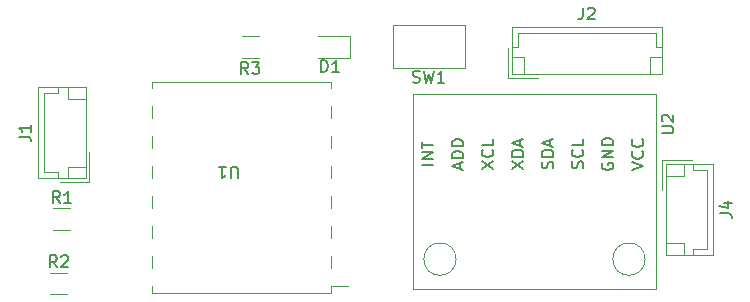
<source format=gbr>
%TF.GenerationSoftware,KiCad,Pcbnew,8.0.7*%
%TF.CreationDate,2025-04-29T17:51:56-05:00*%
%TF.ProjectId,PCB_Glasses,5043425f-476c-4617-9373-65732e6b6963,rev?*%
%TF.SameCoordinates,Original*%
%TF.FileFunction,Legend,Top*%
%TF.FilePolarity,Positive*%
%FSLAX46Y46*%
G04 Gerber Fmt 4.6, Leading zero omitted, Abs format (unit mm)*
G04 Created by KiCad (PCBNEW 8.0.7) date 2025-04-29 17:51:56*
%MOMM*%
%LPD*%
G01*
G04 APERTURE LIST*
%ADD10C,0.150000*%
%ADD11C,0.120000*%
G04 APERTURE END LIST*
D10*
X53276667Y-32217200D02*
X53419524Y-32264819D01*
X53419524Y-32264819D02*
X53657619Y-32264819D01*
X53657619Y-32264819D02*
X53752857Y-32217200D01*
X53752857Y-32217200D02*
X53800476Y-32169580D01*
X53800476Y-32169580D02*
X53848095Y-32074342D01*
X53848095Y-32074342D02*
X53848095Y-31979104D01*
X53848095Y-31979104D02*
X53800476Y-31883866D01*
X53800476Y-31883866D02*
X53752857Y-31836247D01*
X53752857Y-31836247D02*
X53657619Y-31788628D01*
X53657619Y-31788628D02*
X53467143Y-31741009D01*
X53467143Y-31741009D02*
X53371905Y-31693390D01*
X53371905Y-31693390D02*
X53324286Y-31645771D01*
X53324286Y-31645771D02*
X53276667Y-31550533D01*
X53276667Y-31550533D02*
X53276667Y-31455295D01*
X53276667Y-31455295D02*
X53324286Y-31360057D01*
X53324286Y-31360057D02*
X53371905Y-31312438D01*
X53371905Y-31312438D02*
X53467143Y-31264819D01*
X53467143Y-31264819D02*
X53705238Y-31264819D01*
X53705238Y-31264819D02*
X53848095Y-31312438D01*
X54181429Y-31264819D02*
X54419524Y-32264819D01*
X54419524Y-32264819D02*
X54610000Y-31550533D01*
X54610000Y-31550533D02*
X54800476Y-32264819D01*
X54800476Y-32264819D02*
X55038572Y-31264819D01*
X55943333Y-32264819D02*
X55371905Y-32264819D01*
X55657619Y-32264819D02*
X55657619Y-31264819D01*
X55657619Y-31264819D02*
X55562381Y-31407676D01*
X55562381Y-31407676D02*
X55467143Y-31502914D01*
X55467143Y-31502914D02*
X55371905Y-31550533D01*
X74324819Y-36531904D02*
X75134342Y-36531904D01*
X75134342Y-36531904D02*
X75229580Y-36484285D01*
X75229580Y-36484285D02*
X75277200Y-36436666D01*
X75277200Y-36436666D02*
X75324819Y-36341428D01*
X75324819Y-36341428D02*
X75324819Y-36150952D01*
X75324819Y-36150952D02*
X75277200Y-36055714D01*
X75277200Y-36055714D02*
X75229580Y-36008095D01*
X75229580Y-36008095D02*
X75134342Y-35960476D01*
X75134342Y-35960476D02*
X74324819Y-35960476D01*
X74420057Y-35531904D02*
X74372438Y-35484285D01*
X74372438Y-35484285D02*
X74324819Y-35389047D01*
X74324819Y-35389047D02*
X74324819Y-35150952D01*
X74324819Y-35150952D02*
X74372438Y-35055714D01*
X74372438Y-35055714D02*
X74420057Y-35008095D01*
X74420057Y-35008095D02*
X74515295Y-34960476D01*
X74515295Y-34960476D02*
X74610533Y-34960476D01*
X74610533Y-34960476D02*
X74753390Y-35008095D01*
X74753390Y-35008095D02*
X75324819Y-35579523D01*
X75324819Y-35579523D02*
X75324819Y-34960476D01*
X61624819Y-39571904D02*
X62624819Y-38905238D01*
X61624819Y-38905238D02*
X62624819Y-39571904D01*
X62624819Y-38524285D02*
X61624819Y-38524285D01*
X61624819Y-38524285D02*
X61624819Y-38286190D01*
X61624819Y-38286190D02*
X61672438Y-38143333D01*
X61672438Y-38143333D02*
X61767676Y-38048095D01*
X61767676Y-38048095D02*
X61862914Y-38000476D01*
X61862914Y-38000476D02*
X62053390Y-37952857D01*
X62053390Y-37952857D02*
X62196247Y-37952857D01*
X62196247Y-37952857D02*
X62386723Y-38000476D01*
X62386723Y-38000476D02*
X62481961Y-38048095D01*
X62481961Y-38048095D02*
X62577200Y-38143333D01*
X62577200Y-38143333D02*
X62624819Y-38286190D01*
X62624819Y-38286190D02*
X62624819Y-38524285D01*
X62339104Y-37571904D02*
X62339104Y-37095714D01*
X62624819Y-37667142D02*
X61624819Y-37333809D01*
X61624819Y-37333809D02*
X62624819Y-37000476D01*
X65117200Y-39524285D02*
X65164819Y-39381428D01*
X65164819Y-39381428D02*
X65164819Y-39143333D01*
X65164819Y-39143333D02*
X65117200Y-39048095D01*
X65117200Y-39048095D02*
X65069580Y-39000476D01*
X65069580Y-39000476D02*
X64974342Y-38952857D01*
X64974342Y-38952857D02*
X64879104Y-38952857D01*
X64879104Y-38952857D02*
X64783866Y-39000476D01*
X64783866Y-39000476D02*
X64736247Y-39048095D01*
X64736247Y-39048095D02*
X64688628Y-39143333D01*
X64688628Y-39143333D02*
X64641009Y-39333809D01*
X64641009Y-39333809D02*
X64593390Y-39429047D01*
X64593390Y-39429047D02*
X64545771Y-39476666D01*
X64545771Y-39476666D02*
X64450533Y-39524285D01*
X64450533Y-39524285D02*
X64355295Y-39524285D01*
X64355295Y-39524285D02*
X64260057Y-39476666D01*
X64260057Y-39476666D02*
X64212438Y-39429047D01*
X64212438Y-39429047D02*
X64164819Y-39333809D01*
X64164819Y-39333809D02*
X64164819Y-39095714D01*
X64164819Y-39095714D02*
X64212438Y-38952857D01*
X65164819Y-38524285D02*
X64164819Y-38524285D01*
X64164819Y-38524285D02*
X64164819Y-38286190D01*
X64164819Y-38286190D02*
X64212438Y-38143333D01*
X64212438Y-38143333D02*
X64307676Y-38048095D01*
X64307676Y-38048095D02*
X64402914Y-38000476D01*
X64402914Y-38000476D02*
X64593390Y-37952857D01*
X64593390Y-37952857D02*
X64736247Y-37952857D01*
X64736247Y-37952857D02*
X64926723Y-38000476D01*
X64926723Y-38000476D02*
X65021961Y-38048095D01*
X65021961Y-38048095D02*
X65117200Y-38143333D01*
X65117200Y-38143333D02*
X65164819Y-38286190D01*
X65164819Y-38286190D02*
X65164819Y-38524285D01*
X64879104Y-37571904D02*
X64879104Y-37095714D01*
X65164819Y-37667142D02*
X64164819Y-37333809D01*
X64164819Y-37333809D02*
X65164819Y-37000476D01*
X67657200Y-39500475D02*
X67704819Y-39357618D01*
X67704819Y-39357618D02*
X67704819Y-39119523D01*
X67704819Y-39119523D02*
X67657200Y-39024285D01*
X67657200Y-39024285D02*
X67609580Y-38976666D01*
X67609580Y-38976666D02*
X67514342Y-38929047D01*
X67514342Y-38929047D02*
X67419104Y-38929047D01*
X67419104Y-38929047D02*
X67323866Y-38976666D01*
X67323866Y-38976666D02*
X67276247Y-39024285D01*
X67276247Y-39024285D02*
X67228628Y-39119523D01*
X67228628Y-39119523D02*
X67181009Y-39309999D01*
X67181009Y-39309999D02*
X67133390Y-39405237D01*
X67133390Y-39405237D02*
X67085771Y-39452856D01*
X67085771Y-39452856D02*
X66990533Y-39500475D01*
X66990533Y-39500475D02*
X66895295Y-39500475D01*
X66895295Y-39500475D02*
X66800057Y-39452856D01*
X66800057Y-39452856D02*
X66752438Y-39405237D01*
X66752438Y-39405237D02*
X66704819Y-39309999D01*
X66704819Y-39309999D02*
X66704819Y-39071904D01*
X66704819Y-39071904D02*
X66752438Y-38929047D01*
X67609580Y-37929047D02*
X67657200Y-37976666D01*
X67657200Y-37976666D02*
X67704819Y-38119523D01*
X67704819Y-38119523D02*
X67704819Y-38214761D01*
X67704819Y-38214761D02*
X67657200Y-38357618D01*
X67657200Y-38357618D02*
X67561961Y-38452856D01*
X67561961Y-38452856D02*
X67466723Y-38500475D01*
X67466723Y-38500475D02*
X67276247Y-38548094D01*
X67276247Y-38548094D02*
X67133390Y-38548094D01*
X67133390Y-38548094D02*
X66942914Y-38500475D01*
X66942914Y-38500475D02*
X66847676Y-38452856D01*
X66847676Y-38452856D02*
X66752438Y-38357618D01*
X66752438Y-38357618D02*
X66704819Y-38214761D01*
X66704819Y-38214761D02*
X66704819Y-38119523D01*
X66704819Y-38119523D02*
X66752438Y-37976666D01*
X66752438Y-37976666D02*
X66800057Y-37929047D01*
X67704819Y-37024285D02*
X67704819Y-37500475D01*
X67704819Y-37500475D02*
X66704819Y-37500475D01*
X71784819Y-39643332D02*
X72784819Y-39309999D01*
X72784819Y-39309999D02*
X71784819Y-38976666D01*
X72689580Y-38071904D02*
X72737200Y-38119523D01*
X72737200Y-38119523D02*
X72784819Y-38262380D01*
X72784819Y-38262380D02*
X72784819Y-38357618D01*
X72784819Y-38357618D02*
X72737200Y-38500475D01*
X72737200Y-38500475D02*
X72641961Y-38595713D01*
X72641961Y-38595713D02*
X72546723Y-38643332D01*
X72546723Y-38643332D02*
X72356247Y-38690951D01*
X72356247Y-38690951D02*
X72213390Y-38690951D01*
X72213390Y-38690951D02*
X72022914Y-38643332D01*
X72022914Y-38643332D02*
X71927676Y-38595713D01*
X71927676Y-38595713D02*
X71832438Y-38500475D01*
X71832438Y-38500475D02*
X71784819Y-38357618D01*
X71784819Y-38357618D02*
X71784819Y-38262380D01*
X71784819Y-38262380D02*
X71832438Y-38119523D01*
X71832438Y-38119523D02*
X71880057Y-38071904D01*
X72689580Y-37071904D02*
X72737200Y-37119523D01*
X72737200Y-37119523D02*
X72784819Y-37262380D01*
X72784819Y-37262380D02*
X72784819Y-37357618D01*
X72784819Y-37357618D02*
X72737200Y-37500475D01*
X72737200Y-37500475D02*
X72641961Y-37595713D01*
X72641961Y-37595713D02*
X72546723Y-37643332D01*
X72546723Y-37643332D02*
X72356247Y-37690951D01*
X72356247Y-37690951D02*
X72213390Y-37690951D01*
X72213390Y-37690951D02*
X72022914Y-37643332D01*
X72022914Y-37643332D02*
X71927676Y-37595713D01*
X71927676Y-37595713D02*
X71832438Y-37500475D01*
X71832438Y-37500475D02*
X71784819Y-37357618D01*
X71784819Y-37357618D02*
X71784819Y-37262380D01*
X71784819Y-37262380D02*
X71832438Y-37119523D01*
X71832438Y-37119523D02*
X71880057Y-37071904D01*
X69292438Y-39071904D02*
X69244819Y-39167142D01*
X69244819Y-39167142D02*
X69244819Y-39309999D01*
X69244819Y-39309999D02*
X69292438Y-39452856D01*
X69292438Y-39452856D02*
X69387676Y-39548094D01*
X69387676Y-39548094D02*
X69482914Y-39595713D01*
X69482914Y-39595713D02*
X69673390Y-39643332D01*
X69673390Y-39643332D02*
X69816247Y-39643332D01*
X69816247Y-39643332D02*
X70006723Y-39595713D01*
X70006723Y-39595713D02*
X70101961Y-39548094D01*
X70101961Y-39548094D02*
X70197200Y-39452856D01*
X70197200Y-39452856D02*
X70244819Y-39309999D01*
X70244819Y-39309999D02*
X70244819Y-39214761D01*
X70244819Y-39214761D02*
X70197200Y-39071904D01*
X70197200Y-39071904D02*
X70149580Y-39024285D01*
X70149580Y-39024285D02*
X69816247Y-39024285D01*
X69816247Y-39024285D02*
X69816247Y-39214761D01*
X70244819Y-38595713D02*
X69244819Y-38595713D01*
X69244819Y-38595713D02*
X70244819Y-38024285D01*
X70244819Y-38024285D02*
X69244819Y-38024285D01*
X70244819Y-37548094D02*
X69244819Y-37548094D01*
X69244819Y-37548094D02*
X69244819Y-37309999D01*
X69244819Y-37309999D02*
X69292438Y-37167142D01*
X69292438Y-37167142D02*
X69387676Y-37071904D01*
X69387676Y-37071904D02*
X69482914Y-37024285D01*
X69482914Y-37024285D02*
X69673390Y-36976666D01*
X69673390Y-36976666D02*
X69816247Y-36976666D01*
X69816247Y-36976666D02*
X70006723Y-37024285D01*
X70006723Y-37024285D02*
X70101961Y-37071904D01*
X70101961Y-37071904D02*
X70197200Y-37167142D01*
X70197200Y-37167142D02*
X70244819Y-37309999D01*
X70244819Y-37309999D02*
X70244819Y-37548094D01*
X57259104Y-39548094D02*
X57259104Y-39071904D01*
X57544819Y-39643332D02*
X56544819Y-39309999D01*
X56544819Y-39309999D02*
X57544819Y-38976666D01*
X57544819Y-38643332D02*
X56544819Y-38643332D01*
X56544819Y-38643332D02*
X56544819Y-38405237D01*
X56544819Y-38405237D02*
X56592438Y-38262380D01*
X56592438Y-38262380D02*
X56687676Y-38167142D01*
X56687676Y-38167142D02*
X56782914Y-38119523D01*
X56782914Y-38119523D02*
X56973390Y-38071904D01*
X56973390Y-38071904D02*
X57116247Y-38071904D01*
X57116247Y-38071904D02*
X57306723Y-38119523D01*
X57306723Y-38119523D02*
X57401961Y-38167142D01*
X57401961Y-38167142D02*
X57497200Y-38262380D01*
X57497200Y-38262380D02*
X57544819Y-38405237D01*
X57544819Y-38405237D02*
X57544819Y-38643332D01*
X57544819Y-37643332D02*
X56544819Y-37643332D01*
X56544819Y-37643332D02*
X56544819Y-37405237D01*
X56544819Y-37405237D02*
X56592438Y-37262380D01*
X56592438Y-37262380D02*
X56687676Y-37167142D01*
X56687676Y-37167142D02*
X56782914Y-37119523D01*
X56782914Y-37119523D02*
X56973390Y-37071904D01*
X56973390Y-37071904D02*
X57116247Y-37071904D01*
X57116247Y-37071904D02*
X57306723Y-37119523D01*
X57306723Y-37119523D02*
X57401961Y-37167142D01*
X57401961Y-37167142D02*
X57497200Y-37262380D01*
X57497200Y-37262380D02*
X57544819Y-37405237D01*
X57544819Y-37405237D02*
X57544819Y-37643332D01*
X55004819Y-39214761D02*
X54004819Y-39214761D01*
X55004819Y-38738571D02*
X54004819Y-38738571D01*
X54004819Y-38738571D02*
X55004819Y-38167143D01*
X55004819Y-38167143D02*
X54004819Y-38167143D01*
X54004819Y-37833809D02*
X54004819Y-37262381D01*
X55004819Y-37548095D02*
X54004819Y-37548095D01*
X59084819Y-39548094D02*
X60084819Y-38881428D01*
X59084819Y-38881428D02*
X60084819Y-39548094D01*
X59989580Y-37929047D02*
X60037200Y-37976666D01*
X60037200Y-37976666D02*
X60084819Y-38119523D01*
X60084819Y-38119523D02*
X60084819Y-38214761D01*
X60084819Y-38214761D02*
X60037200Y-38357618D01*
X60037200Y-38357618D02*
X59941961Y-38452856D01*
X59941961Y-38452856D02*
X59846723Y-38500475D01*
X59846723Y-38500475D02*
X59656247Y-38548094D01*
X59656247Y-38548094D02*
X59513390Y-38548094D01*
X59513390Y-38548094D02*
X59322914Y-38500475D01*
X59322914Y-38500475D02*
X59227676Y-38452856D01*
X59227676Y-38452856D02*
X59132438Y-38357618D01*
X59132438Y-38357618D02*
X59084819Y-38214761D01*
X59084819Y-38214761D02*
X59084819Y-38119523D01*
X59084819Y-38119523D02*
X59132438Y-37976666D01*
X59132438Y-37976666D02*
X59180057Y-37929047D01*
X60084819Y-37024285D02*
X60084819Y-37500475D01*
X60084819Y-37500475D02*
X59084819Y-37500475D01*
X38436904Y-40365180D02*
X38436904Y-39555657D01*
X38436904Y-39555657D02*
X38389285Y-39460419D01*
X38389285Y-39460419D02*
X38341666Y-39412800D01*
X38341666Y-39412800D02*
X38246428Y-39365180D01*
X38246428Y-39365180D02*
X38055952Y-39365180D01*
X38055952Y-39365180D02*
X37960714Y-39412800D01*
X37960714Y-39412800D02*
X37913095Y-39460419D01*
X37913095Y-39460419D02*
X37865476Y-39555657D01*
X37865476Y-39555657D02*
X37865476Y-40365180D01*
X36865476Y-39365180D02*
X37436904Y-39365180D01*
X37151190Y-39365180D02*
X37151190Y-40365180D01*
X37151190Y-40365180D02*
X37246428Y-40222323D01*
X37246428Y-40222323D02*
X37341666Y-40127085D01*
X37341666Y-40127085D02*
X37436904Y-40079466D01*
X45511905Y-31354819D02*
X45511905Y-30354819D01*
X45511905Y-30354819D02*
X45750000Y-30354819D01*
X45750000Y-30354819D02*
X45892857Y-30402438D01*
X45892857Y-30402438D02*
X45988095Y-30497676D01*
X45988095Y-30497676D02*
X46035714Y-30592914D01*
X46035714Y-30592914D02*
X46083333Y-30783390D01*
X46083333Y-30783390D02*
X46083333Y-30926247D01*
X46083333Y-30926247D02*
X46035714Y-31116723D01*
X46035714Y-31116723D02*
X45988095Y-31211961D01*
X45988095Y-31211961D02*
X45892857Y-31307200D01*
X45892857Y-31307200D02*
X45750000Y-31354819D01*
X45750000Y-31354819D02*
X45511905Y-31354819D01*
X47035714Y-31354819D02*
X46464286Y-31354819D01*
X46750000Y-31354819D02*
X46750000Y-30354819D01*
X46750000Y-30354819D02*
X46654762Y-30497676D01*
X46654762Y-30497676D02*
X46559524Y-30592914D01*
X46559524Y-30592914D02*
X46464286Y-30640533D01*
X23133333Y-47884819D02*
X22800000Y-47408628D01*
X22561905Y-47884819D02*
X22561905Y-46884819D01*
X22561905Y-46884819D02*
X22942857Y-46884819D01*
X22942857Y-46884819D02*
X23038095Y-46932438D01*
X23038095Y-46932438D02*
X23085714Y-46980057D01*
X23085714Y-46980057D02*
X23133333Y-47075295D01*
X23133333Y-47075295D02*
X23133333Y-47218152D01*
X23133333Y-47218152D02*
X23085714Y-47313390D01*
X23085714Y-47313390D02*
X23038095Y-47361009D01*
X23038095Y-47361009D02*
X22942857Y-47408628D01*
X22942857Y-47408628D02*
X22561905Y-47408628D01*
X23514286Y-46980057D02*
X23561905Y-46932438D01*
X23561905Y-46932438D02*
X23657143Y-46884819D01*
X23657143Y-46884819D02*
X23895238Y-46884819D01*
X23895238Y-46884819D02*
X23990476Y-46932438D01*
X23990476Y-46932438D02*
X24038095Y-46980057D01*
X24038095Y-46980057D02*
X24085714Y-47075295D01*
X24085714Y-47075295D02*
X24085714Y-47170533D01*
X24085714Y-47170533D02*
X24038095Y-47313390D01*
X24038095Y-47313390D02*
X23466667Y-47884819D01*
X23466667Y-47884819D02*
X24085714Y-47884819D01*
X19904819Y-36833333D02*
X20619104Y-36833333D01*
X20619104Y-36833333D02*
X20761961Y-36880952D01*
X20761961Y-36880952D02*
X20857200Y-36976190D01*
X20857200Y-36976190D02*
X20904819Y-37119047D01*
X20904819Y-37119047D02*
X20904819Y-37214285D01*
X20904819Y-35833333D02*
X20904819Y-36404761D01*
X20904819Y-36119047D02*
X19904819Y-36119047D01*
X19904819Y-36119047D02*
X20047676Y-36214285D01*
X20047676Y-36214285D02*
X20142914Y-36309523D01*
X20142914Y-36309523D02*
X20190533Y-36404761D01*
X79254819Y-43333333D02*
X79969104Y-43333333D01*
X79969104Y-43333333D02*
X80111961Y-43380952D01*
X80111961Y-43380952D02*
X80207200Y-43476190D01*
X80207200Y-43476190D02*
X80254819Y-43619047D01*
X80254819Y-43619047D02*
X80254819Y-43714285D01*
X79588152Y-42428571D02*
X80254819Y-42428571D01*
X79207200Y-42666666D02*
X79921485Y-42904761D01*
X79921485Y-42904761D02*
X79921485Y-42285714D01*
X67666666Y-25904819D02*
X67666666Y-26619104D01*
X67666666Y-26619104D02*
X67619047Y-26761961D01*
X67619047Y-26761961D02*
X67523809Y-26857200D01*
X67523809Y-26857200D02*
X67380952Y-26904819D01*
X67380952Y-26904819D02*
X67285714Y-26904819D01*
X68095238Y-26000057D02*
X68142857Y-25952438D01*
X68142857Y-25952438D02*
X68238095Y-25904819D01*
X68238095Y-25904819D02*
X68476190Y-25904819D01*
X68476190Y-25904819D02*
X68571428Y-25952438D01*
X68571428Y-25952438D02*
X68619047Y-26000057D01*
X68619047Y-26000057D02*
X68666666Y-26095295D01*
X68666666Y-26095295D02*
X68666666Y-26190533D01*
X68666666Y-26190533D02*
X68619047Y-26333390D01*
X68619047Y-26333390D02*
X68047619Y-26904819D01*
X68047619Y-26904819D02*
X68666666Y-26904819D01*
X23383333Y-42449819D02*
X23050000Y-41973628D01*
X22811905Y-42449819D02*
X22811905Y-41449819D01*
X22811905Y-41449819D02*
X23192857Y-41449819D01*
X23192857Y-41449819D02*
X23288095Y-41497438D01*
X23288095Y-41497438D02*
X23335714Y-41545057D01*
X23335714Y-41545057D02*
X23383333Y-41640295D01*
X23383333Y-41640295D02*
X23383333Y-41783152D01*
X23383333Y-41783152D02*
X23335714Y-41878390D01*
X23335714Y-41878390D02*
X23288095Y-41926009D01*
X23288095Y-41926009D02*
X23192857Y-41973628D01*
X23192857Y-41973628D02*
X22811905Y-41973628D01*
X24335714Y-42449819D02*
X23764286Y-42449819D01*
X24050000Y-42449819D02*
X24050000Y-41449819D01*
X24050000Y-41449819D02*
X23954762Y-41592676D01*
X23954762Y-41592676D02*
X23859524Y-41687914D01*
X23859524Y-41687914D02*
X23764286Y-41735533D01*
X39333333Y-31524819D02*
X39000000Y-31048628D01*
X38761905Y-31524819D02*
X38761905Y-30524819D01*
X38761905Y-30524819D02*
X39142857Y-30524819D01*
X39142857Y-30524819D02*
X39238095Y-30572438D01*
X39238095Y-30572438D02*
X39285714Y-30620057D01*
X39285714Y-30620057D02*
X39333333Y-30715295D01*
X39333333Y-30715295D02*
X39333333Y-30858152D01*
X39333333Y-30858152D02*
X39285714Y-30953390D01*
X39285714Y-30953390D02*
X39238095Y-31001009D01*
X39238095Y-31001009D02*
X39142857Y-31048628D01*
X39142857Y-31048628D02*
X38761905Y-31048628D01*
X39666667Y-30524819D02*
X40285714Y-30524819D01*
X40285714Y-30524819D02*
X39952381Y-30905771D01*
X39952381Y-30905771D02*
X40095238Y-30905771D01*
X40095238Y-30905771D02*
X40190476Y-30953390D01*
X40190476Y-30953390D02*
X40238095Y-31001009D01*
X40238095Y-31001009D02*
X40285714Y-31096247D01*
X40285714Y-31096247D02*
X40285714Y-31334342D01*
X40285714Y-31334342D02*
X40238095Y-31429580D01*
X40238095Y-31429580D02*
X40190476Y-31477200D01*
X40190476Y-31477200D02*
X40095238Y-31524819D01*
X40095238Y-31524819D02*
X39809524Y-31524819D01*
X39809524Y-31524819D02*
X39714286Y-31477200D01*
X39714286Y-31477200D02*
X39666667Y-31429580D01*
D11*
%TO.C,SW1*%
X57670000Y-31060000D02*
X51550000Y-31060000D01*
X57670000Y-27360000D02*
X57670000Y-31060000D01*
X51550000Y-31060000D02*
X51550000Y-27360000D01*
X51550000Y-27360000D02*
X57670000Y-27360000D01*
%TO.C,U2*%
X73854000Y-33230000D02*
X73854000Y-49740000D01*
X53280000Y-33230000D02*
X73854000Y-33230000D01*
X73854000Y-49740000D02*
X53280000Y-49740000D01*
X53280000Y-49740000D02*
X53280000Y-33230000D01*
X72935832Y-47200000D02*
G75*
G02*
X70200168Y-47200000I-1367832J0D01*
G01*
X70200168Y-47200000D02*
G75*
G02*
X72935832Y-47200000I1367832J0D01*
G01*
X56933832Y-47200000D02*
G75*
G02*
X54198168Y-47200000I-1367832J0D01*
G01*
X54198168Y-47200000D02*
G75*
G02*
X56933832Y-47200000I1367832J0D01*
G01*
%TO.C,U1*%
X47790000Y-49500000D02*
X46350000Y-49500000D01*
X46350000Y-50070000D02*
X46350000Y-49500000D01*
X46350000Y-50070000D02*
X31175000Y-50070000D01*
X46350000Y-47980000D02*
X46350000Y-46960000D01*
X46350000Y-45440000D02*
X46350000Y-44420000D01*
X46350000Y-42900000D02*
X46350000Y-41880000D01*
X46350000Y-40360000D02*
X46350000Y-39340000D01*
X46350000Y-37820000D02*
X46350000Y-36800000D01*
X46350000Y-35280000D02*
X46350000Y-34260000D01*
X46350000Y-32740000D02*
X46350000Y-32170000D01*
X46350000Y-32170000D02*
X31175000Y-32170000D01*
X31175000Y-50070000D02*
X31175000Y-49500000D01*
X31175000Y-47980000D02*
X31175000Y-46960000D01*
X31175000Y-45440000D02*
X31175000Y-44420000D01*
X31175000Y-42900000D02*
X31175000Y-41880000D01*
X31175000Y-40360000D02*
X31175000Y-39340000D01*
X31175000Y-37820000D02*
X31175000Y-36800000D01*
X31175000Y-35280000D02*
X31175000Y-34260000D01*
X31175000Y-32740000D02*
X31175000Y-32170000D01*
%TO.C,D1*%
X47935000Y-30210000D02*
X47935000Y-28290000D01*
X47935000Y-28290000D02*
X45250000Y-28290000D01*
X45250000Y-30210000D02*
X47935000Y-30210000D01*
%TO.C,R2*%
X22572936Y-48340000D02*
X24027064Y-48340000D01*
X22572936Y-50160000D02*
X24027064Y-50160000D01*
%TO.C,J1*%
X23360000Y-40660000D02*
X25860000Y-40660000D01*
X25860000Y-40660000D02*
X25860000Y-38160000D01*
X21540000Y-40360000D02*
X25560000Y-40360000D01*
X23250000Y-40360000D02*
X23250000Y-39860000D01*
X24060000Y-40360000D02*
X24060000Y-39360000D01*
X25560000Y-40360000D02*
X25560000Y-32640000D01*
X22040000Y-39860000D02*
X22040000Y-33140000D01*
X23250000Y-39860000D02*
X22040000Y-39860000D01*
X24060000Y-39360000D02*
X25560000Y-39360000D01*
X24060000Y-33640000D02*
X25560000Y-33640000D01*
X22040000Y-33140000D02*
X23250000Y-33140000D01*
X23250000Y-33140000D02*
X23250000Y-32640000D01*
X21540000Y-32640000D02*
X21540000Y-40360000D01*
X24060000Y-32640000D02*
X24060000Y-33640000D01*
X25560000Y-32640000D02*
X21540000Y-32640000D01*
%TO.C,J4*%
X76890000Y-38840000D02*
X74390000Y-38840000D01*
X74390000Y-38840000D02*
X74390000Y-41340000D01*
X78710000Y-39140000D02*
X74690000Y-39140000D01*
X77000000Y-39140000D02*
X77000000Y-39640000D01*
X76190000Y-39140000D02*
X76190000Y-40140000D01*
X74690000Y-39140000D02*
X74690000Y-46860000D01*
X78210000Y-39640000D02*
X78210000Y-46360000D01*
X77000000Y-39640000D02*
X78210000Y-39640000D01*
X76190000Y-40140000D02*
X74690000Y-40140000D01*
X76190000Y-45860000D02*
X74690000Y-45860000D01*
X78210000Y-46360000D02*
X77000000Y-46360000D01*
X77000000Y-46360000D02*
X77000000Y-46860000D01*
X78710000Y-46860000D02*
X78710000Y-39140000D01*
X76190000Y-46860000D02*
X76190000Y-45860000D01*
X74690000Y-46860000D02*
X78710000Y-46860000D01*
%TO.C,J2*%
X61340000Y-29360000D02*
X61340000Y-31860000D01*
X61340000Y-31860000D02*
X63840000Y-31860000D01*
X61640000Y-27540000D02*
X61640000Y-31560000D01*
X61640000Y-29250000D02*
X62140000Y-29250000D01*
X61640000Y-30060000D02*
X62640000Y-30060000D01*
X61640000Y-31560000D02*
X74360000Y-31560000D01*
X62140000Y-28040000D02*
X73860000Y-28040000D01*
X62140000Y-29250000D02*
X62140000Y-28040000D01*
X62640000Y-30060000D02*
X62640000Y-31560000D01*
X73360000Y-30060000D02*
X73360000Y-31560000D01*
X73860000Y-28040000D02*
X73860000Y-29250000D01*
X73860000Y-29250000D02*
X74360000Y-29250000D01*
X74360000Y-27540000D02*
X61640000Y-27540000D01*
X74360000Y-30060000D02*
X73360000Y-30060000D01*
X74360000Y-31560000D02*
X74360000Y-27540000D01*
%TO.C,R1*%
X22822936Y-42905000D02*
X24277064Y-42905000D01*
X22822936Y-44725000D02*
X24277064Y-44725000D01*
%TO.C,R3*%
X40227064Y-30160000D02*
X38772936Y-30160000D01*
X40227064Y-28340000D02*
X38772936Y-28340000D01*
%TD*%
M02*

</source>
